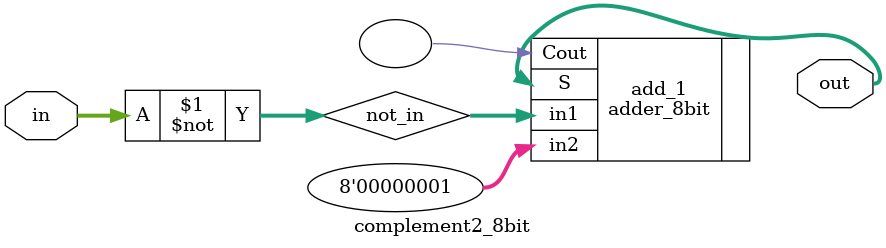
<source format=sv>


module complement2_48bit(in, out);

input	[47:0]	in;
output	[47:0]	out;

logic	[47:0]	not_in;

assign not_in = ~in;

adder_48bit add_1(.in1(not_in), .in2(48'd1), .S(out), .Cout());
endmodule

//////////////////////////////////////////////////////////////////////

module complement2_25bit(in, out);

input	[24:0]	in;
output	[24:0]	out;

logic	[24:0]	not_in;

assign not_in = ~in;

adder_25bit add_1(.in1(not_in), .in2(25'd1), .S(out), .Cout());
endmodule

///////////////////////////////////////////////////////////////////////

module complement2_10bit(in, out);

input	[9:0]	in;
output	[9:0]	out;

logic	[9:0]	not_in;

assign not_in = ~in;

adder_10bit add_1(.in1(not_in), .in2(10'd1), .S(out), .Cout());
endmodule

///////////////////////////////////////////////////////////////////////

module complement2_9bit(in, out);

input	[8:0]	in;
output	[8:0]	out;

logic	[8:0]	not_in;

assign not_in = ~in;

adder_9bit add_1(.in1(not_in), .in2(9'd1), .S(out), .Cout());
endmodule

///////////////////////////////////////////////////////////////////////

module complement2_8bit(in, out);

input	[7:0]	in;
output	[7:0]	out;

logic	[7:0]	not_in;

assign not_in = ~in;

adder_8bit add_1(.in1(not_in), .in2(8'd1), .S(out), .Cout());
endmodule

///////////////////////////////////////////////////////////////////////
</source>
